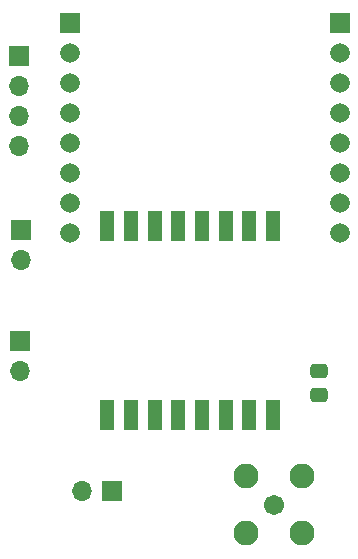
<source format=gbr>
%TF.GenerationSoftware,KiCad,Pcbnew,7.0.11-2.fc39*%
%TF.CreationDate,2024-04-30T19:09:02-04:00*%
%TF.ProjectId,OS42Mini,4f533432-4d69-46e6-992e-6b696361645f,rev?*%
%TF.SameCoordinates,Original*%
%TF.FileFunction,Soldermask,Bot*%
%TF.FilePolarity,Negative*%
%FSLAX46Y46*%
G04 Gerber Fmt 4.6, Leading zero omitted, Abs format (unit mm)*
G04 Created by KiCad (PCBNEW 7.0.11-2.fc39) date 2024-04-30 19:09:02*
%MOMM*%
%LPD*%
G01*
G04 APERTURE LIST*
G04 Aperture macros list*
%AMRoundRect*
0 Rectangle with rounded corners*
0 $1 Rounding radius*
0 $2 $3 $4 $5 $6 $7 $8 $9 X,Y pos of 4 corners*
0 Add a 4 corners polygon primitive as box body*
4,1,4,$2,$3,$4,$5,$6,$7,$8,$9,$2,$3,0*
0 Add four circle primitives for the rounded corners*
1,1,$1+$1,$2,$3*
1,1,$1+$1,$4,$5*
1,1,$1+$1,$6,$7*
1,1,$1+$1,$8,$9*
0 Add four rect primitives between the rounded corners*
20,1,$1+$1,$2,$3,$4,$5,0*
20,1,$1+$1,$4,$5,$6,$7,0*
20,1,$1+$1,$6,$7,$8,$9,0*
20,1,$1+$1,$8,$9,$2,$3,0*%
G04 Aperture macros list end*
%ADD10C,1.665000*%
%ADD11R,1.665000X1.665000*%
%ADD12R,1.700000X1.700000*%
%ADD13O,1.700000X1.700000*%
%ADD14C,1.712000*%
%ADD15C,2.124000*%
%ADD16R,1.200000X2.660000*%
%ADD17RoundRect,0.250000X0.475000X-0.337500X0.475000X0.337500X-0.475000X0.337500X-0.475000X-0.337500X0*%
G04 APERTURE END LIST*
D10*
%TO.C,IC1*%
X138684000Y-107696000D03*
X138684000Y-105156000D03*
X138684000Y-102616000D03*
X138684000Y-100076000D03*
X138684000Y-97536000D03*
X138684000Y-94996000D03*
X138684000Y-92456000D03*
D11*
X138684000Y-89916000D03*
X161544000Y-89916000D03*
D10*
X161544000Y-92456000D03*
X161544000Y-94996000D03*
X161544000Y-97536000D03*
X161544000Y-100076000D03*
X161544000Y-102616000D03*
X161544000Y-105156000D03*
X161544000Y-107696000D03*
%TD*%
D12*
%TO.C,PRG*%
X134340200Y-92720000D03*
D13*
X134340200Y-95260000D03*
X134340200Y-97800000D03*
X134340200Y-100340000D03*
%TD*%
D14*
%TO.C,RF OUT*%
X155969000Y-130696000D03*
D15*
X153569000Y-128296000D03*
X153569000Y-133096000D03*
X158369000Y-133096000D03*
X158369000Y-128296000D03*
%TD*%
D12*
%TO.C,GF*%
X134442200Y-116840000D03*
D13*
X134442200Y-119380000D03*
%TD*%
D12*
%TO.C,EN*%
X134518000Y-107462000D03*
D13*
X134518000Y-110002000D03*
%TD*%
D12*
%TO.C,J1*%
X142240000Y-129540000D03*
D13*
X139700000Y-129540000D03*
%TD*%
D16*
%TO.C,U2*%
X141860000Y-107080000D03*
X143860000Y-107080000D03*
X145860000Y-107080000D03*
X147860000Y-107080000D03*
X149860000Y-107080000D03*
X151860000Y-107080000D03*
X153860000Y-107080000D03*
X155860000Y-107080000D03*
X141860000Y-123080000D03*
X143860000Y-123080000D03*
X145860000Y-123080000D03*
X147860000Y-123080000D03*
X149860000Y-123080000D03*
X151860000Y-123080000D03*
X153860000Y-123080000D03*
X155860000Y-123080000D03*
%TD*%
D17*
%TO.C,C5*%
X159766000Y-121433500D03*
X159766000Y-119358500D03*
%TD*%
M02*

</source>
